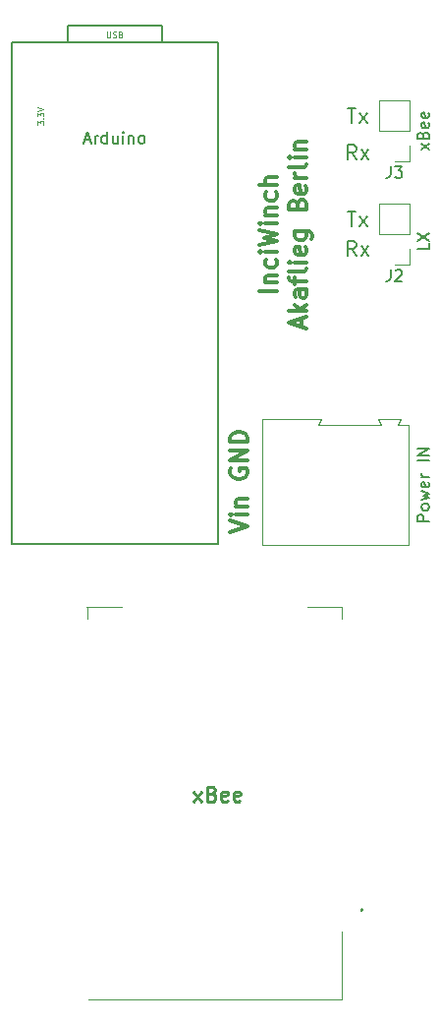
<source format=gto>
G04 #@! TF.FileFunction,Legend,Top*
%FSLAX46Y46*%
G04 Gerber Fmt 4.6, Leading zero omitted, Abs format (unit mm)*
G04 Created by KiCad (PCBNEW 4.0.7) date 2018 June 21, Thursday 20:27:03*
%MOMM*%
%LPD*%
G01*
G04 APERTURE LIST*
%ADD10C,0.100000*%
%ADD11C,0.300000*%
%ADD12C,0.200000*%
%ADD13C,0.150000*%
%ADD14C,0.120000*%
%ADD15C,0.254000*%
%ADD16C,0.075000*%
G04 APERTURE END LIST*
D10*
D11*
X157518571Y-87442857D02*
X156018571Y-87442857D01*
X156518571Y-86728571D02*
X157518571Y-86728571D01*
X156661429Y-86728571D02*
X156590000Y-86657143D01*
X156518571Y-86514285D01*
X156518571Y-86300000D01*
X156590000Y-86157143D01*
X156732857Y-86085714D01*
X157518571Y-86085714D01*
X157447143Y-84728571D02*
X157518571Y-84871428D01*
X157518571Y-85157142D01*
X157447143Y-85300000D01*
X157375714Y-85371428D01*
X157232857Y-85442857D01*
X156804286Y-85442857D01*
X156661429Y-85371428D01*
X156590000Y-85300000D01*
X156518571Y-85157142D01*
X156518571Y-84871428D01*
X156590000Y-84728571D01*
X157518571Y-84085714D02*
X156518571Y-84085714D01*
X156018571Y-84085714D02*
X156090000Y-84157143D01*
X156161429Y-84085714D01*
X156090000Y-84014286D01*
X156018571Y-84085714D01*
X156161429Y-84085714D01*
X156018571Y-83514285D02*
X157518571Y-83157142D01*
X156447143Y-82871428D01*
X157518571Y-82585714D01*
X156018571Y-82228571D01*
X157518571Y-81657142D02*
X156518571Y-81657142D01*
X156018571Y-81657142D02*
X156090000Y-81728571D01*
X156161429Y-81657142D01*
X156090000Y-81585714D01*
X156018571Y-81657142D01*
X156161429Y-81657142D01*
X156518571Y-80942856D02*
X157518571Y-80942856D01*
X156661429Y-80942856D02*
X156590000Y-80871428D01*
X156518571Y-80728570D01*
X156518571Y-80514285D01*
X156590000Y-80371428D01*
X156732857Y-80299999D01*
X157518571Y-80299999D01*
X157447143Y-78942856D02*
X157518571Y-79085713D01*
X157518571Y-79371427D01*
X157447143Y-79514285D01*
X157375714Y-79585713D01*
X157232857Y-79657142D01*
X156804286Y-79657142D01*
X156661429Y-79585713D01*
X156590000Y-79514285D01*
X156518571Y-79371427D01*
X156518571Y-79085713D01*
X156590000Y-78942856D01*
X157518571Y-78299999D02*
X156018571Y-78299999D01*
X157518571Y-77657142D02*
X156732857Y-77657142D01*
X156590000Y-77728571D01*
X156518571Y-77871428D01*
X156518571Y-78085713D01*
X156590000Y-78228571D01*
X156661429Y-78299999D01*
X159640000Y-90550000D02*
X159640000Y-89835714D01*
X160068571Y-90692857D02*
X158568571Y-90192857D01*
X160068571Y-89692857D01*
X160068571Y-89192857D02*
X158568571Y-89192857D01*
X159497143Y-89050000D02*
X160068571Y-88621429D01*
X159068571Y-88621429D02*
X159640000Y-89192857D01*
X160068571Y-87335714D02*
X159282857Y-87335714D01*
X159140000Y-87407143D01*
X159068571Y-87550000D01*
X159068571Y-87835714D01*
X159140000Y-87978571D01*
X159997143Y-87335714D02*
X160068571Y-87478571D01*
X160068571Y-87835714D01*
X159997143Y-87978571D01*
X159854286Y-88050000D01*
X159711429Y-88050000D01*
X159568571Y-87978571D01*
X159497143Y-87835714D01*
X159497143Y-87478571D01*
X159425714Y-87335714D01*
X159068571Y-86835714D02*
X159068571Y-86264285D01*
X160068571Y-86621428D02*
X158782857Y-86621428D01*
X158640000Y-86550000D01*
X158568571Y-86407142D01*
X158568571Y-86264285D01*
X160068571Y-85549999D02*
X159997143Y-85692857D01*
X159854286Y-85764285D01*
X158568571Y-85764285D01*
X160068571Y-84978571D02*
X159068571Y-84978571D01*
X158568571Y-84978571D02*
X158640000Y-85050000D01*
X158711429Y-84978571D01*
X158640000Y-84907143D01*
X158568571Y-84978571D01*
X158711429Y-84978571D01*
X159997143Y-83692857D02*
X160068571Y-83835714D01*
X160068571Y-84121428D01*
X159997143Y-84264285D01*
X159854286Y-84335714D01*
X159282857Y-84335714D01*
X159140000Y-84264285D01*
X159068571Y-84121428D01*
X159068571Y-83835714D01*
X159140000Y-83692857D01*
X159282857Y-83621428D01*
X159425714Y-83621428D01*
X159568571Y-84335714D01*
X159068571Y-82335714D02*
X160282857Y-82335714D01*
X160425714Y-82407143D01*
X160497143Y-82478571D01*
X160568571Y-82621428D01*
X160568571Y-82835714D01*
X160497143Y-82978571D01*
X159997143Y-82335714D02*
X160068571Y-82478571D01*
X160068571Y-82764285D01*
X159997143Y-82907143D01*
X159925714Y-82978571D01*
X159782857Y-83050000D01*
X159354286Y-83050000D01*
X159211429Y-82978571D01*
X159140000Y-82907143D01*
X159068571Y-82764285D01*
X159068571Y-82478571D01*
X159140000Y-82335714D01*
X159282857Y-79978571D02*
X159354286Y-79764285D01*
X159425714Y-79692857D01*
X159568571Y-79621428D01*
X159782857Y-79621428D01*
X159925714Y-79692857D01*
X159997143Y-79764285D01*
X160068571Y-79907143D01*
X160068571Y-80478571D01*
X158568571Y-80478571D01*
X158568571Y-79978571D01*
X158640000Y-79835714D01*
X158711429Y-79764285D01*
X158854286Y-79692857D01*
X158997143Y-79692857D01*
X159140000Y-79764285D01*
X159211429Y-79835714D01*
X159282857Y-79978571D01*
X159282857Y-80478571D01*
X159997143Y-78407143D02*
X160068571Y-78550000D01*
X160068571Y-78835714D01*
X159997143Y-78978571D01*
X159854286Y-79050000D01*
X159282857Y-79050000D01*
X159140000Y-78978571D01*
X159068571Y-78835714D01*
X159068571Y-78550000D01*
X159140000Y-78407143D01*
X159282857Y-78335714D01*
X159425714Y-78335714D01*
X159568571Y-79050000D01*
X160068571Y-77692857D02*
X159068571Y-77692857D01*
X159354286Y-77692857D02*
X159211429Y-77621429D01*
X159140000Y-77550000D01*
X159068571Y-77407143D01*
X159068571Y-77264286D01*
X160068571Y-76550000D02*
X159997143Y-76692858D01*
X159854286Y-76764286D01*
X158568571Y-76764286D01*
X160068571Y-75978572D02*
X159068571Y-75978572D01*
X158568571Y-75978572D02*
X158640000Y-76050001D01*
X158711429Y-75978572D01*
X158640000Y-75907144D01*
X158568571Y-75978572D01*
X158711429Y-75978572D01*
X159068571Y-75264286D02*
X160068571Y-75264286D01*
X159211429Y-75264286D02*
X159140000Y-75192858D01*
X159068571Y-75050000D01*
X159068571Y-74835715D01*
X159140000Y-74692858D01*
X159282857Y-74621429D01*
X160068571Y-74621429D01*
D12*
X163601905Y-80595476D02*
X164316190Y-80595476D01*
X163959047Y-81845476D02*
X163959047Y-80595476D01*
X164613809Y-81845476D02*
X165268571Y-81012143D01*
X164613809Y-81012143D02*
X165268571Y-81845476D01*
X164345953Y-84385476D02*
X163929286Y-83790238D01*
X163631667Y-84385476D02*
X163631667Y-83135476D01*
X164107858Y-83135476D01*
X164226905Y-83195000D01*
X164286429Y-83254524D01*
X164345953Y-83373571D01*
X164345953Y-83552143D01*
X164286429Y-83671190D01*
X164226905Y-83730714D01*
X164107858Y-83790238D01*
X163631667Y-83790238D01*
X164762619Y-84385476D02*
X165417381Y-83552143D01*
X164762619Y-83552143D02*
X165417381Y-84385476D01*
X163601905Y-71705476D02*
X164316190Y-71705476D01*
X163959047Y-72955476D02*
X163959047Y-71705476D01*
X164613809Y-72955476D02*
X165268571Y-72122143D01*
X164613809Y-72122143D02*
X165268571Y-72955476D01*
X164345953Y-76130476D02*
X163929286Y-75535238D01*
X163631667Y-76130476D02*
X163631667Y-74880476D01*
X164107858Y-74880476D01*
X164226905Y-74940000D01*
X164286429Y-74999524D01*
X164345953Y-75118571D01*
X164345953Y-75297143D01*
X164286429Y-75416190D01*
X164226905Y-75475714D01*
X164107858Y-75535238D01*
X163631667Y-75535238D01*
X164762619Y-76130476D02*
X165417381Y-75297143D01*
X164762619Y-75297143D02*
X165417381Y-76130476D01*
D11*
X153555000Y-102742857D02*
X153483571Y-102885714D01*
X153483571Y-103100000D01*
X153555000Y-103314285D01*
X153697857Y-103457143D01*
X153840714Y-103528571D01*
X154126429Y-103600000D01*
X154340714Y-103600000D01*
X154626429Y-103528571D01*
X154769286Y-103457143D01*
X154912143Y-103314285D01*
X154983571Y-103100000D01*
X154983571Y-102957143D01*
X154912143Y-102742857D01*
X154840714Y-102671428D01*
X154340714Y-102671428D01*
X154340714Y-102957143D01*
X154983571Y-102028571D02*
X153483571Y-102028571D01*
X154983571Y-101171428D01*
X153483571Y-101171428D01*
X154983571Y-100457142D02*
X153483571Y-100457142D01*
X153483571Y-100099999D01*
X153555000Y-99885714D01*
X153697857Y-99742856D01*
X153840714Y-99671428D01*
X154126429Y-99599999D01*
X154340714Y-99599999D01*
X154626429Y-99671428D01*
X154769286Y-99742856D01*
X154912143Y-99885714D01*
X154983571Y-100099999D01*
X154983571Y-100457142D01*
X153483571Y-108215714D02*
X154983571Y-107715714D01*
X153483571Y-107215714D01*
X154983571Y-106715714D02*
X153983571Y-106715714D01*
X153483571Y-106715714D02*
X153555000Y-106787143D01*
X153626429Y-106715714D01*
X153555000Y-106644286D01*
X153483571Y-106715714D01*
X153626429Y-106715714D01*
X153983571Y-106001428D02*
X154983571Y-106001428D01*
X154126429Y-106001428D02*
X154055000Y-105930000D01*
X153983571Y-105787142D01*
X153983571Y-105572857D01*
X154055000Y-105430000D01*
X154197857Y-105358571D01*
X154983571Y-105358571D01*
D10*
X141275000Y-148394000D02*
X163125000Y-148394000D01*
X163075000Y-148394000D02*
X163075000Y-142626000D01*
X163075000Y-115626000D02*
X163075000Y-114614000D01*
X163075000Y-114614000D02*
X160125000Y-114614000D01*
X144125000Y-114614000D02*
X141125000Y-114626000D01*
X141175000Y-115626000D02*
X141175000Y-114626000D01*
D12*
X164825000Y-140826000D02*
X164825000Y-140826000D01*
X164825000Y-140626000D02*
X164825000Y-140626000D01*
X164825000Y-140626000D02*
G75*
G03X164825000Y-140826000I0J-100000D01*
G01*
X164825000Y-140826000D02*
G75*
G03X164825000Y-140626000I0J100000D01*
G01*
D13*
X147574000Y-66040000D02*
X147574000Y-64590000D01*
X147574000Y-64590000D02*
X139446000Y-64590000D01*
X139446000Y-64590000D02*
X139446000Y-66040000D01*
X152400000Y-109220000D02*
X134620000Y-109220000D01*
X152400000Y-66040000D02*
X134620000Y-66040000D01*
X134620000Y-109220000D02*
X134620000Y-66040000D01*
X152400000Y-109220000D02*
X152400000Y-66040000D01*
D14*
X156260000Y-109330000D02*
X168860000Y-109330000D01*
X168860000Y-109330000D02*
X168860000Y-98980000D01*
X168860000Y-98980000D02*
X167910000Y-98980000D01*
X167910000Y-98980000D02*
X168160000Y-98480000D01*
X168160000Y-98480000D02*
X166260000Y-98480000D01*
X166260000Y-98480000D02*
X166210000Y-98480000D01*
X166210000Y-98480000D02*
X166460000Y-98980000D01*
X166460000Y-98980000D02*
X161060000Y-98980000D01*
X161060000Y-98980000D02*
X161360000Y-98480000D01*
X161360000Y-98480000D02*
X156260000Y-98480000D01*
X156260000Y-98480000D02*
X156260000Y-109330000D01*
X168970000Y-82550000D02*
X168970000Y-79950000D01*
X168970000Y-79950000D02*
X166310000Y-79950000D01*
X166310000Y-79950000D02*
X166310000Y-82550000D01*
X166310000Y-82550000D02*
X168970000Y-82550000D01*
X168970000Y-83820000D02*
X168970000Y-85150000D01*
X168970000Y-85150000D02*
X167640000Y-85150000D01*
X168970000Y-73660000D02*
X168970000Y-71060000D01*
X168970000Y-71060000D02*
X166310000Y-71060000D01*
X166310000Y-71060000D02*
X166310000Y-73660000D01*
X166310000Y-73660000D02*
X168970000Y-73660000D01*
X168970000Y-74930000D02*
X168970000Y-76260000D01*
X168970000Y-76260000D02*
X167640000Y-76260000D01*
D15*
X150343811Y-131384524D02*
X151009049Y-130537857D01*
X150343811Y-130537857D02*
X151009049Y-131384524D01*
X151916191Y-130719286D02*
X152097620Y-130779762D01*
X152158096Y-130840238D01*
X152218572Y-130961190D01*
X152218572Y-131142619D01*
X152158096Y-131263571D01*
X152097620Y-131324048D01*
X151976667Y-131384524D01*
X151492858Y-131384524D01*
X151492858Y-130114524D01*
X151916191Y-130114524D01*
X152037144Y-130175000D01*
X152097620Y-130235476D01*
X152158096Y-130356429D01*
X152158096Y-130477381D01*
X152097620Y-130598333D01*
X152037144Y-130658810D01*
X151916191Y-130719286D01*
X151492858Y-130719286D01*
X153246667Y-131324048D02*
X153125715Y-131384524D01*
X152883810Y-131384524D01*
X152762858Y-131324048D01*
X152702382Y-131203095D01*
X152702382Y-130719286D01*
X152762858Y-130598333D01*
X152883810Y-130537857D01*
X153125715Y-130537857D01*
X153246667Y-130598333D01*
X153307144Y-130719286D01*
X153307144Y-130840238D01*
X152702382Y-130961190D01*
X154335238Y-131324048D02*
X154214286Y-131384524D01*
X153972381Y-131384524D01*
X153851429Y-131324048D01*
X153790953Y-131203095D01*
X153790953Y-130719286D01*
X153851429Y-130598333D01*
X153972381Y-130537857D01*
X154214286Y-130537857D01*
X154335238Y-130598333D01*
X154395715Y-130719286D01*
X154395715Y-130840238D01*
X153790953Y-130961190D01*
D13*
X140914762Y-74461667D02*
X141390953Y-74461667D01*
X140819524Y-74747381D02*
X141152857Y-73747381D01*
X141486191Y-74747381D01*
X141819524Y-74747381D02*
X141819524Y-74080714D01*
X141819524Y-74271190D02*
X141867143Y-74175952D01*
X141914762Y-74128333D01*
X142010000Y-74080714D01*
X142105239Y-74080714D01*
X142867144Y-74747381D02*
X142867144Y-73747381D01*
X142867144Y-74699762D02*
X142771906Y-74747381D01*
X142581429Y-74747381D01*
X142486191Y-74699762D01*
X142438572Y-74652143D01*
X142390953Y-74556905D01*
X142390953Y-74271190D01*
X142438572Y-74175952D01*
X142486191Y-74128333D01*
X142581429Y-74080714D01*
X142771906Y-74080714D01*
X142867144Y-74128333D01*
X143771906Y-74080714D02*
X143771906Y-74747381D01*
X143343334Y-74080714D02*
X143343334Y-74604524D01*
X143390953Y-74699762D01*
X143486191Y-74747381D01*
X143629049Y-74747381D01*
X143724287Y-74699762D01*
X143771906Y-74652143D01*
X144248096Y-74747381D02*
X144248096Y-74080714D01*
X144248096Y-73747381D02*
X144200477Y-73795000D01*
X144248096Y-73842619D01*
X144295715Y-73795000D01*
X144248096Y-73747381D01*
X144248096Y-73842619D01*
X144724286Y-74080714D02*
X144724286Y-74747381D01*
X144724286Y-74175952D02*
X144771905Y-74128333D01*
X144867143Y-74080714D01*
X145010001Y-74080714D01*
X145105239Y-74128333D01*
X145152858Y-74223571D01*
X145152858Y-74747381D01*
X145771905Y-74747381D02*
X145676667Y-74699762D01*
X145629048Y-74652143D01*
X145581429Y-74556905D01*
X145581429Y-74271190D01*
X145629048Y-74175952D01*
X145676667Y-74128333D01*
X145771905Y-74080714D01*
X145914763Y-74080714D01*
X146010001Y-74128333D01*
X146057620Y-74175952D01*
X146105239Y-74271190D01*
X146105239Y-74556905D01*
X146057620Y-74652143D01*
X146010001Y-74699762D01*
X145914763Y-74747381D01*
X145771905Y-74747381D01*
D16*
X142879048Y-65131190D02*
X142879048Y-65535952D01*
X142902857Y-65583571D01*
X142926667Y-65607381D01*
X142974286Y-65631190D01*
X143069524Y-65631190D01*
X143117143Y-65607381D01*
X143140952Y-65583571D01*
X143164762Y-65535952D01*
X143164762Y-65131190D01*
X143379048Y-65607381D02*
X143450477Y-65631190D01*
X143569524Y-65631190D01*
X143617143Y-65607381D01*
X143640953Y-65583571D01*
X143664762Y-65535952D01*
X143664762Y-65488333D01*
X143640953Y-65440714D01*
X143617143Y-65416905D01*
X143569524Y-65393095D01*
X143474286Y-65369286D01*
X143426667Y-65345476D01*
X143402858Y-65321667D01*
X143379048Y-65274048D01*
X143379048Y-65226429D01*
X143402858Y-65178810D01*
X143426667Y-65155000D01*
X143474286Y-65131190D01*
X143593334Y-65131190D01*
X143664762Y-65155000D01*
X144045714Y-65369286D02*
X144117143Y-65393095D01*
X144140952Y-65416905D01*
X144164762Y-65464524D01*
X144164762Y-65535952D01*
X144140952Y-65583571D01*
X144117143Y-65607381D01*
X144069524Y-65631190D01*
X143879048Y-65631190D01*
X143879048Y-65131190D01*
X144045714Y-65131190D01*
X144093333Y-65155000D01*
X144117143Y-65178810D01*
X144140952Y-65226429D01*
X144140952Y-65274048D01*
X144117143Y-65321667D01*
X144093333Y-65345476D01*
X144045714Y-65369286D01*
X143879048Y-65369286D01*
X136886190Y-73128094D02*
X136886190Y-72818571D01*
X137076667Y-72985237D01*
X137076667Y-72913809D01*
X137100476Y-72866190D01*
X137124286Y-72842380D01*
X137171905Y-72818571D01*
X137290952Y-72818571D01*
X137338571Y-72842380D01*
X137362381Y-72866190D01*
X137386190Y-72913809D01*
X137386190Y-73056666D01*
X137362381Y-73104285D01*
X137338571Y-73128094D01*
X137338571Y-72604285D02*
X137362381Y-72580476D01*
X137386190Y-72604285D01*
X137362381Y-72628095D01*
X137338571Y-72604285D01*
X137386190Y-72604285D01*
X136886190Y-72413809D02*
X136886190Y-72104286D01*
X137076667Y-72270952D01*
X137076667Y-72199524D01*
X137100476Y-72151905D01*
X137124286Y-72128095D01*
X137171905Y-72104286D01*
X137290952Y-72104286D01*
X137338571Y-72128095D01*
X137362381Y-72151905D01*
X137386190Y-72199524D01*
X137386190Y-72342381D01*
X137362381Y-72390000D01*
X137338571Y-72413809D01*
X136886190Y-71961429D02*
X137386190Y-71794762D01*
X136886190Y-71628096D01*
D13*
X170632381Y-107259048D02*
X169632381Y-107259048D01*
X169632381Y-106878095D01*
X169680000Y-106782857D01*
X169727619Y-106735238D01*
X169822857Y-106687619D01*
X169965714Y-106687619D01*
X170060952Y-106735238D01*
X170108571Y-106782857D01*
X170156190Y-106878095D01*
X170156190Y-107259048D01*
X170632381Y-106116191D02*
X170584762Y-106211429D01*
X170537143Y-106259048D01*
X170441905Y-106306667D01*
X170156190Y-106306667D01*
X170060952Y-106259048D01*
X170013333Y-106211429D01*
X169965714Y-106116191D01*
X169965714Y-105973333D01*
X170013333Y-105878095D01*
X170060952Y-105830476D01*
X170156190Y-105782857D01*
X170441905Y-105782857D01*
X170537143Y-105830476D01*
X170584762Y-105878095D01*
X170632381Y-105973333D01*
X170632381Y-106116191D01*
X169965714Y-105449524D02*
X170632381Y-105259048D01*
X170156190Y-105068571D01*
X170632381Y-104878095D01*
X169965714Y-104687619D01*
X170584762Y-103925714D02*
X170632381Y-104020952D01*
X170632381Y-104211429D01*
X170584762Y-104306667D01*
X170489524Y-104354286D01*
X170108571Y-104354286D01*
X170013333Y-104306667D01*
X169965714Y-104211429D01*
X169965714Y-104020952D01*
X170013333Y-103925714D01*
X170108571Y-103878095D01*
X170203810Y-103878095D01*
X170299048Y-104354286D01*
X170632381Y-103449524D02*
X169965714Y-103449524D01*
X170156190Y-103449524D02*
X170060952Y-103401905D01*
X170013333Y-103354286D01*
X169965714Y-103259048D01*
X169965714Y-103163809D01*
X170632381Y-102068571D02*
X169632381Y-102068571D01*
X170632381Y-101592381D02*
X169632381Y-101592381D01*
X170632381Y-101020952D01*
X169632381Y-101020952D01*
X167306667Y-85602381D02*
X167306667Y-86316667D01*
X167259047Y-86459524D01*
X167163809Y-86554762D01*
X167020952Y-86602381D01*
X166925714Y-86602381D01*
X167735238Y-85697619D02*
X167782857Y-85650000D01*
X167878095Y-85602381D01*
X168116191Y-85602381D01*
X168211429Y-85650000D01*
X168259048Y-85697619D01*
X168306667Y-85792857D01*
X168306667Y-85888095D01*
X168259048Y-86030952D01*
X167687619Y-86602381D01*
X168306667Y-86602381D01*
X170632381Y-83351666D02*
X170632381Y-83827857D01*
X169632381Y-83827857D01*
X169632381Y-83113571D02*
X170632381Y-82446904D01*
X169632381Y-82446904D02*
X170632381Y-83113571D01*
X167306667Y-76712381D02*
X167306667Y-77426667D01*
X167259047Y-77569524D01*
X167163809Y-77664762D01*
X167020952Y-77712381D01*
X166925714Y-77712381D01*
X167687619Y-76712381D02*
X168306667Y-76712381D01*
X167973333Y-77093333D01*
X168116191Y-77093333D01*
X168211429Y-77140952D01*
X168259048Y-77188571D01*
X168306667Y-77283810D01*
X168306667Y-77521905D01*
X168259048Y-77617143D01*
X168211429Y-77664762D01*
X168116191Y-77712381D01*
X167830476Y-77712381D01*
X167735238Y-77664762D01*
X167687619Y-77617143D01*
X170632381Y-75279048D02*
X169965714Y-74755238D01*
X169965714Y-75279048D02*
X170632381Y-74755238D01*
X170108571Y-74040952D02*
X170156190Y-73898095D01*
X170203810Y-73850476D01*
X170299048Y-73802857D01*
X170441905Y-73802857D01*
X170537143Y-73850476D01*
X170584762Y-73898095D01*
X170632381Y-73993333D01*
X170632381Y-74374286D01*
X169632381Y-74374286D01*
X169632381Y-74040952D01*
X169680000Y-73945714D01*
X169727619Y-73898095D01*
X169822857Y-73850476D01*
X169918095Y-73850476D01*
X170013333Y-73898095D01*
X170060952Y-73945714D01*
X170108571Y-74040952D01*
X170108571Y-74374286D01*
X170584762Y-72993333D02*
X170632381Y-73088571D01*
X170632381Y-73279048D01*
X170584762Y-73374286D01*
X170489524Y-73421905D01*
X170108571Y-73421905D01*
X170013333Y-73374286D01*
X169965714Y-73279048D01*
X169965714Y-73088571D01*
X170013333Y-72993333D01*
X170108571Y-72945714D01*
X170203810Y-72945714D01*
X170299048Y-73421905D01*
X170584762Y-72136190D02*
X170632381Y-72231428D01*
X170632381Y-72421905D01*
X170584762Y-72517143D01*
X170489524Y-72564762D01*
X170108571Y-72564762D01*
X170013333Y-72517143D01*
X169965714Y-72421905D01*
X169965714Y-72231428D01*
X170013333Y-72136190D01*
X170108571Y-72088571D01*
X170203810Y-72088571D01*
X170299048Y-72564762D01*
M02*

</source>
